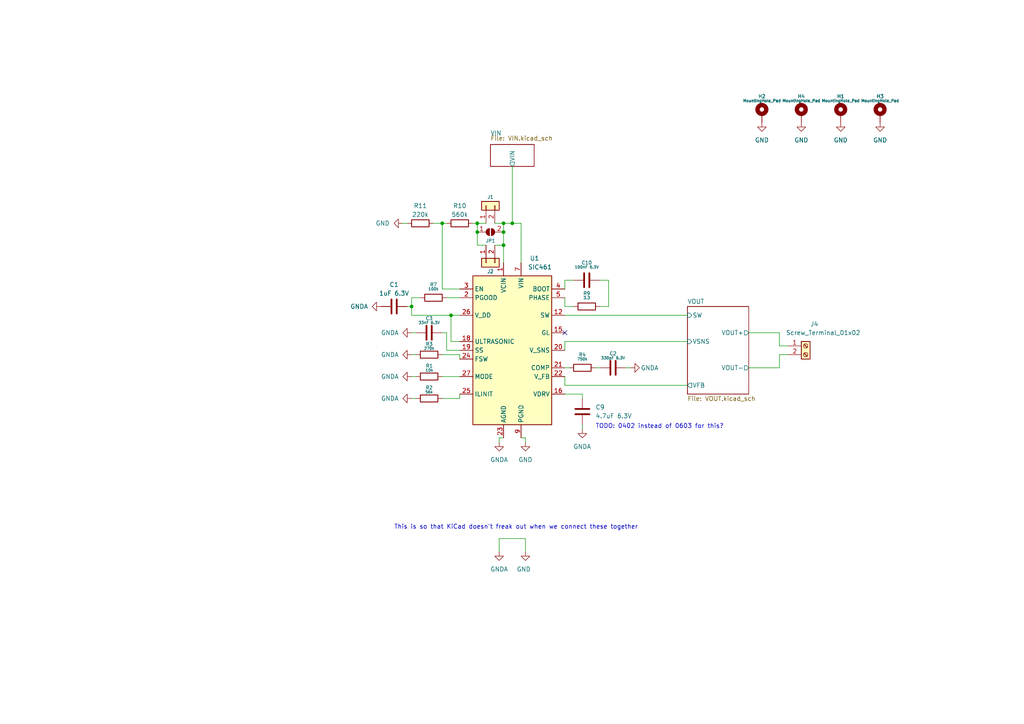
<source format=kicad_sch>
(kicad_sch (version 20211123) (generator eeschema)
  (paper "A4")
  (lib_symbols
    (symbol "Connector:Screw_Terminal_01x02" (pin_names (offset 1.016) hide)
      (property "Reference" "J" (at 0 2.54 0))
      (property "Value" "Screw_Terminal_01x02" (at 0 -5.08 0))
      (symbol "Screw_Terminal_01x02_1_1"
        (rectangle (start -1.27 1.27) (end 1.27 -3.81) (stroke (width 0.254)) (fill (type background)))
        (circle (center 0 -2.54) (radius 0.635) (stroke (width 0.1524)))
        (polyline (pts (xy -0.5334 -2.2098) (xy 0.3302 -3.048)) (stroke (width 0.1524)))
        (polyline (pts (xy -0.5334 0.3302) (xy 0.3302 -0.508)) (stroke (width 0.1524)))
        (polyline (pts (xy -0.3556 -2.032) (xy 0.508 -2.8702)) (stroke (width 0.1524)))
        (polyline (pts (xy -0.3556 0.508) (xy 0.508 -0.3302)) (stroke (width 0.1524)))
        (circle (center 0 0) (radius 0.635) (stroke (width 0.1524)))
        (pin passive line (at -5.08 0 0) (length 3.81) (name "Pin_1") (number "1"))
        (pin passive line (at -5.08 -2.54 0) (length 3.81) (name "Pin_2") (number "2"))
      )
    )
    (symbol "Connector_Generic:Conn_01x02" (pin_names (offset 1.016) hide)
      (property "Reference" "J" (at 0 2.54 0))
      (property "Value" "Conn_01x02" (at 0 -5.08 0))
      (symbol "Conn_01x02_1_1"
        (rectangle (start -1.27 -2.413) (end 0 -2.667) (stroke (width 0.1524)))
        (rectangle (start -1.27 0.127) (end 0 -0.127) (stroke (width 0.1524)))
        (rectangle (start -1.27 1.27) (end 1.27 -3.81) (stroke (width 0.254)) (fill (type background)))
        (pin passive line (at -5.08 0 0) (length 3.81) (name "Pin_1") (number "1"))
        (pin passive line (at -5.08 -2.54 0) (length 3.81) (name "Pin_2") (number "2"))
      )
    )
    (symbol "Device:C" (pin_numbers hide) (pin_names (offset 0.254))
      (property "Reference" "C" (at 0.635 2.54 0))
      (property "Value" "C" (at 0.635 -2.54 0))
      (symbol "C_0_1"
        (polyline (pts (xy -2.032 -0.762) (xy 2.032 -0.762)) (stroke (width 0.508)))
        (polyline (pts (xy -2.032 0.762) (xy 2.032 0.762)) (stroke (width 0.508)))
      )
      (symbol "C_1_1"
        (pin passive line (at 0 3.81 270) (length 2.794) (name "~") (number "1"))
        (pin passive line (at 0 -3.81 90) (length 2.794) (name "~") (number "2"))
      )
    )
    (symbol "Device:R" (pin_numbers hide) (pin_names (offset 0))
      (property "Reference" "R" (at 2.032 0 90))
      (property "Value" "R" (at 0 0 90))
      (symbol "R_0_1"
        (rectangle (start -1.016 -2.54) (end 1.016 2.54) (stroke (width 0.254)))
      )
      (symbol "R_1_1"
        (pin passive line (at 0 3.81 270) (length 1.27) (name "~") (number "1"))
        (pin passive line (at 0 -3.81 90) (length 1.27) (name "~") (number "2"))
      )
    )
    (symbol "Jumper:SolderJumper_2_Open" (pin_names (offset 0) hide)
      (property "Reference" "JP" (at 0 2.032 0))
      (property "Value" "SolderJumper_2_Open" (at 0 -2.54 0))
      (symbol "SolderJumper_2_Open_0_1"
        (arc (start -0.254 1.016) (mid -1.27 0) (end -0.254 -1.016))
        (arc (start -0.254 1.016) (mid -1.27 0) (end -0.254 -1.016) (fill (type outline)))
        (polyline (pts (xy -0.254 1.016) (xy -0.254 -1.016)))
        (polyline (pts (xy 0.254 1.016) (xy 0.254 -1.016)))
        (arc (start 0.254 -1.016) (mid 1.27 0) (end 0.254 1.016))
        (arc (start 0.254 -1.016) (mid 1.27 0) (end 0.254 1.016) (fill (type outline)))
      )
      (symbol "SolderJumper_2_Open_1_1"
        (pin passive line (at -3.81 0 0) (length 2.54) (name "A") (number "1"))
        (pin passive line (at 3.81 0 180) (length 2.54) (name "B") (number "2"))
      )
    )
    (symbol "Mechanical:MountingHole_Pad" (pin_numbers hide) (pin_names (offset 1.016) hide)
      (property "Reference" "H" (at 0 6.35 0))
      (property "Value" "MountingHole_Pad" (at 0 4.445 0))
      (symbol "MountingHole_Pad_0_1"
        (circle (center 0 1.27) (radius 1.27) (stroke (width 1.27)))
      )
      (symbol "MountingHole_Pad_1_1"
        (pin input line (at 0 -2.54 90) (length 2.54) (name "1") (number "1"))
      )
    )
    (symbol "Regulator_Switching:SIC461"
      (property "Reference" "U" (at -10.16 25.4 0))
      (property "Value" "SIC461" (at -10.16 22.86 0))
      (symbol "SIC461_0_1"
        (rectangle (start -11.43 21.59) (end 11.43 -21.59) (stroke (width 0.254)) (fill (type background)))
      )
      (symbol "SIC461_1_1"
        (pin power_in line (at -2.54 25.4 270) (length 3.81) (name "VCIN") (number "1"))
        (pin passive line (at 2.54 -25.4 90) (length 3.81) hide (name "PGND") (number "10"))
        (pin passive line (at 2.54 -25.4 90) (length 3.81) hide (name "PGND") (number "11"))
        (pin power_out line (at 15.24 10.16 180) (length 3.81) (name "SW") (number "12"))
        (pin passive line (at 15.24 10.16 180) (length 3.81) hide (name "SW") (number "13"))
        (pin passive line (at 15.24 10.16 180) (length 3.81) hide (name "SW") (number "14"))
        (pin output line (at 15.24 5.08 180) (length 3.81) (name "GL") (number "15"))
        (pin power_out line (at 15.24 -12.7 180) (length 3.81) (name "VDRV") (number "16"))
        (pin passive line (at 2.54 -25.4 90) (length 3.81) hide (name "PGND") (number "17"))
        (pin input line (at -15.24 2.54 0) (length 3.81) (name "ULTRASONIC") (number "18"))
        (pin input line (at -15.24 0 0) (length 3.81) (name "SS") (number "19"))
        (pin open_collector line (at -15.24 15.24 0) (length 3.81) (name "PGOOD") (number "2"))
        (pin input line (at 15.24 0 180) (length 3.81) (name "V_SNS") (number "20"))
        (pin output line (at 15.24 -5.08 180) (length 3.81) (name "COMP") (number "21"))
        (pin input line (at 15.24 -7.62 180) (length 3.81) (name "V_FB") (number "22"))
        (pin power_in line (at -2.54 -25.4 90) (length 3.81) (name "AGND") (number "23"))
        (pin input line (at -15.24 -2.54 0) (length 3.81) (name "FSW") (number "24"))
        (pin input line (at -15.24 -12.7 0) (length 3.81) (name "ILINIT") (number "25"))
        (pin power_out line (at -15.24 10.16 0) (length 3.81) (name "V_DD") (number "26"))
        (pin input line (at -15.24 -7.62 0) (length 3.81) (name "MODE") (number "27"))
        (pin passive line (at -2.54 -25.4 90) (length 3.81) hide (name "AGND") (number "28"))
        (pin passive line (at 2.54 25.4 270) (length 3.81) hide (name "VIN") (number "29"))
        (pin input line (at -15.24 17.78 0) (length 3.81) (name "EN") (number "3"))
        (pin passive line (at 2.54 -25.4 90) (length 3.81) hide (name "PGND") (number "30"))
        (pin input line (at 15.24 17.78 180) (length 3.81) (name "BOOT") (number "4"))
        (pin output line (at 15.24 15.24 180) (length 3.81) (name "PHASE") (number "5"))
        (pin passive line (at 15.24 15.24 180) (length 3.81) hide (name "PHASE") (number "6"))
        (pin power_in line (at 2.54 25.4 270) (length 3.81) (name "VIN") (number "7"))
        (pin passive line (at 2.54 25.4 270) (length 3.81) hide (name "VIN") (number "8"))
        (pin power_in line (at 2.54 -25.4 90) (length 3.81) (name "PGND") (number "9"))
      )
    )
    (symbol "power:GND" (power) (pin_names (offset 0))
      (property "Value" "GND" (at 0 -3.81 0))
      (symbol "GND_0_1"
        (polyline (pts (xy 0 0) (xy 0 -1.27) (xy 1.27 -1.27) (xy 0 -2.54) (xy -1.27 -1.27) (xy 0 -1.27)))
      )
      (symbol "GND_1_1"
        (pin power_in line (at 0 0 270) (length 0) hide (name "GND") (number "1"))
      )
    )
    (symbol "power:GNDA" (power) (pin_names (offset 0))
      (property "Value" "GNDA" (at 0 -3.81 0))
      (symbol "GNDA_0_1"
        (polyline (pts (xy 0 0) (xy 0 -1.27) (xy 1.27 -1.27) (xy 0 -2.54) (xy -1.27 -1.27) (xy 0 -1.27)))
      )
      (symbol "GNDA_1_1"
        (pin power_in line (at 0 0 270) (length 0) hide (name "GNDA") (number "1"))
      )
    )
  )
  (junction (at 119.38 88.9))
  (junction (at 146.05 67.31))
  (junction (at 128.27 64.77))
  (junction (at 130.81 91.44))
  (junction (at 138.43 64.77))
  (junction (at 146.05 64.77))
  (junction (at 138.43 67.31))
  (junction (at 146.05 71.12))
  (junction (at 148.59 64.77))
  (no_connect (at 163.83 96.52))
  (wire (pts (xy 144.78 127) (xy 144.78 128.27)))
  (wire (pts (xy 144.78 156.21) (xy 144.78 160.02)))
  (wire (pts (xy 129.54 96.52) (xy 129.54 101.6)))
  (wire (pts (xy 163.83 114.3) (xy 168.91 114.3)))
  (wire (pts (xy 168.91 124.46) (xy 168.91 123.19)))
  (wire (pts (xy 148.59 48.26) (xy 148.59 64.77)))
  (wire (pts (xy 130.81 91.44) (xy 133.35 91.44)))
  (wire (pts (xy 129.54 96.52) (xy 128.27 96.52)))
  (wire (pts (xy 118.11 88.9) (xy 119.38 88.9)))
  (wire (pts (xy 152.4 127) (xy 152.4 128.27)))
  (wire (pts (xy 163.83 111.76) (xy 163.83 109.22)))
  (wire (pts (xy 152.4 127) (xy 151.13 127)))
  (wire (pts (xy 163.83 111.76) (xy 199.39 111.76)))
  (wire (pts (xy 226.06 96.52) (xy 226.06 100.33)))
  (wire (pts (xy 129.54 86.36) (xy 133.35 86.36)))
  (wire (pts (xy 125.73 64.77) (xy 128.27 64.77)))
  (wire (pts (xy 128.27 109.22) (xy 133.35 109.22)))
  (wire (pts (xy 226.06 102.87) (xy 228.6 102.87)))
  (wire (pts (xy 152.4 156.21) (xy 152.4 160.02)))
  (wire (pts (xy 226.06 100.33) (xy 228.6 100.33)))
  (wire (pts (xy 138.43 71.12) (xy 138.43 67.31)))
  (wire (pts (xy 217.17 96.52) (xy 226.06 96.52)))
  (wire (pts (xy 163.83 91.44) (xy 199.39 91.44)))
  (wire (pts (xy 128.27 64.77) (xy 129.54 64.77)))
  (wire (pts (xy 217.17 106.68) (xy 226.06 106.68)))
  (wire (pts (xy 140.97 71.12) (xy 138.43 71.12)))
  (wire (pts (xy 119.38 115.57) (xy 120.65 115.57)))
  (wire (pts (xy 176.53 81.28) (xy 173.99 81.28)))
  (wire (pts (xy 119.38 91.44) (xy 130.81 91.44)))
  (wire (pts (xy 182.88 106.68) (xy 181.61 106.68)))
  (wire (pts (xy 133.35 115.57) (xy 128.27 115.57)))
  (wire (pts (xy 146.05 71.12) (xy 146.05 76.2)))
  (wire (pts (xy 119.38 96.52) (xy 120.65 96.52)))
  (wire (pts (xy 119.38 86.36) (xy 119.38 88.9)))
  (wire (pts (xy 143.51 64.77) (xy 146.05 64.77)))
  (wire (pts (xy 130.81 99.06) (xy 130.81 91.44)))
  (wire (pts (xy 144.78 156.21) (xy 152.4 156.21)))
  (wire (pts (xy 129.54 101.6) (xy 133.35 101.6)))
  (wire (pts (xy 144.78 127) (xy 146.05 127)))
  (wire (pts (xy 226.06 106.68) (xy 226.06 102.87)))
  (wire (pts (xy 176.53 81.28) (xy 176.53 88.9)))
  (wire (pts (xy 137.16 64.77) (xy 138.43 64.77)))
  (wire (pts (xy 128.27 83.82) (xy 133.35 83.82)))
  (wire (pts (xy 163.83 86.36) (xy 163.83 88.9)))
  (wire (pts (xy 133.35 114.3) (xy 133.35 115.57)))
  (wire (pts (xy 163.83 99.06) (xy 199.39 99.06)))
  (wire (pts (xy 168.91 114.3) (xy 168.91 115.57)))
  (wire (pts (xy 165.1 106.68) (xy 163.83 106.68)))
  (wire (pts (xy 151.13 64.77) (xy 151.13 76.2)))
  (wire (pts (xy 130.81 99.06) (xy 133.35 99.06)))
  (wire (pts (xy 166.37 88.9) (xy 163.83 88.9)))
  (wire (pts (xy 138.43 64.77) (xy 140.97 64.77)))
  (wire (pts (xy 176.53 88.9) (xy 173.99 88.9)))
  (wire (pts (xy 163.83 99.06) (xy 163.83 101.6)))
  (wire (pts (xy 143.51 71.12) (xy 146.05 71.12)))
  (wire (pts (xy 146.05 67.31) (xy 146.05 71.12)))
  (wire (pts (xy 148.59 64.77) (xy 151.13 64.77)))
  (wire (pts (xy 148.59 64.77) (xy 146.05 64.77)))
  (wire (pts (xy 119.38 102.87) (xy 120.65 102.87)))
  (wire (pts (xy 119.38 88.9) (xy 119.38 91.44)))
  (wire (pts (xy 163.83 81.28) (xy 166.37 81.28)))
  (wire (pts (xy 119.38 86.36) (xy 121.92 86.36)))
  (wire (pts (xy 173.99 106.68) (xy 172.72 106.68)))
  (wire (pts (xy 138.43 64.77) (xy 138.43 67.31)))
  (wire (pts (xy 119.38 109.22) (xy 120.65 109.22)))
  (wire (pts (xy 128.27 64.77) (xy 128.27 83.82)))
  (wire (pts (xy 116.84 64.77) (xy 118.11 64.77)))
  (wire (pts (xy 133.35 102.87) (xy 133.35 104.14)))
  (wire (pts (xy 163.83 83.82) (xy 163.83 81.28)))
  (wire (pts (xy 128.27 102.87) (xy 133.35 102.87)))
  (wire (pts (xy 146.05 64.77) (xy 146.05 67.31)))
  (text "TODO: 0402 instead of 0603 for this?" (at 172.72 124.46 0) (effects (font (size 1.27 1.27)) (justify left bottom)))
  (text "This is so that KiCad doesn't freak out when we connect these together" (at 114.3 153.67 0) (effects (font (size 1.27 1.27)) (justify left bottom)))
  (symbol (lib_id "power:GND") (at 232.41 35.56 0) (unit 1)
    (property "Reference" "#PWR0104" (effects hide))
    (property "Value" "GND" (at 232.41 40.64 0))
  )
  (symbol (lib_id "power:GNDA") (at 119.38 102.87 270) (unit 1)
    (property "Reference" "#PWR012" (effects hide))
    (property "Value" "GNDA" (at 110.49 102.87 90) (effects (justify left)))
  )
  (symbol (lib_id "power:GNDA") (at 119.38 96.52 270) (unit 1)
    (property "Reference" "#PWR08" (effects hide))
    (property "Value" "GNDA" (at 110.49 96.52 90) (effects (justify left)))
  )
  (symbol (lib_id "Device:C") (at 124.46 96.52 90) (unit 1)
    (property "Reference" "C3" (at 124.4772 92.3095 90) (effects (font (size 1 1))))
    (property "Value" "33nF 6.3V" (at 124.4772 93.5795 90) (effects (font (size 0.8 0.8))))
    (property "Footprint" "Capacitor_SMD:C_0603_1608Metric" (effects hide))
    (property "LCSC" "C106856" (effects hide))
  )
  (symbol (lib_id "Jumper:SolderJumper_2_Open") (at 142.24 67.31 0) (unit 1) (in_bom no)
    (property "Reference" "JP1" (at 142.24 69.85 0) (effects (font (size 1 1))))
    (property "Value" "SolderJumper_2_Open" (effects hide))
    (property "Footprint" "Jumper:SolderJumper-2_P1.3mm_Open_RoundedPad1.0x1.5mm" (effects hide))
  )
  (symbol (lib_id "Regulator_Switching:SIC461") (at 148.59 101.6 0) (unit 1)
    (property "Reference" "U1" (at 153.67 74.93 0) (effects (justify left)))
    (property "Value" "SIC461" (at 153.1494 77.47 0) (effects (justify left)))
    (property "Footprint" "SiC46x:Vishay_PowerPAK_MLP55-27L_R" (effects hide))
    (property "Datasheet" "https://www.vishay.com/docs/65124/sic46x.pdf" (effects hide))
    (property "LCSC" "C499531" (effects hide))
  )
  (symbol (lib_id "power:GNDA") (at 168.91 124.46 0) (unit 1)
    (property "Reference" "#PWR07" (effects hide))
    (property "Value" "GNDA" (at 171.45 129.54 0) (effects (justify right)))
  )
  (symbol (lib_id "Mechanical:MountingHole_Pad") (at 255.27 33.02 0) (unit 1) (in_bom no)
    (property "Reference" "H3" (at 255.27 27.94 0) (effects (font (size 1 1))))
    (property "Value" "MountingHole_Pad" (at 255.27 29.21 0) (effects (font (size 0.8 0.8))))
    (property "Footprint" "MountingHole:MountingHole_3.2mm_M3_Pad" (effects hide))
  )
  (symbol (lib_id "Device:R") (at 125.73 86.36 90) (unit 1)
    (property "Reference" "R7" (at 125.73 82.55 90) (effects (font (size 1 1))))
    (property "Value" "100k" (at 125.73 83.82 90) (effects (font (size 0.8 0.8))))
    (property "Footprint" "Resistor_SMD:R_0603_1608Metric" (effects hide))
    (property "LCSC" "C14675" (effects hide))
  )
  (symbol (lib_id "Device:C") (at 170.18 81.28 90) (unit 1)
    (property "Reference" "C10" (at 170.18 76.2 90) (effects (font (size 1 1))))
    (property "Value" "100nF 6.3V" (at 170.18 77.47 90) (effects (font (size 0.8 0.8))))
    (property "Footprint" "Capacitor_SMD:C_0402_1005Metric" (effects hide))
    (property "LCSC" "C42998" (effects hide))
  )
  (symbol (lib_id "power:GNDA") (at 119.38 115.57 270) (unit 1)
    (property "Reference" "#PWR010" (effects hide))
    (property "Value" "GNDA" (at 110.49 115.57 90) (effects (justify left)))
  )
  (symbol (lib_id "power:GNDA") (at 119.38 109.22 270) (unit 1)
    (property "Reference" "#PWR09" (effects hide))
    (property "Value" "GNDA" (at 110.49 109.22 90) (effects (justify left)))
  )
  (symbol (lib_id "Connector_Generic:Conn_01x02") (at 140.97 76.2 90) (mirror x) (unit 1)
    (property "Reference" "J2" (at 142.24 78.74 90) (effects (font (size 1 1))))
    (property "Value" "Conn_01x02" (effects hide))
    (property "Footprint" "TerminalBlock_Phoenix:TerminalBlock_Phoenix_MPT-0,5-2-2.54_1x02_P2.54mm_Horizontal" (effects hide))
    (property "LCSC" "C557685" (effects hide))
  )
  (symbol (lib_id "power:GNDA") (at 182.88 106.68 90) (unit 1)
    (property "Reference" "#PWR013" (effects hide))
    (property "Value" "GNDA" (at 185.855 106.7217 90) (effects (justify right)))
  )
  (symbol (lib_id "Mechanical:MountingHole_Pad") (at 243.84 33.02 0) (unit 1) (in_bom no)
    (property "Reference" "H1" (at 243.84 27.94 0) (effects (font (size 1 1))))
    (property "Value" "MountingHole_Pad" (at 243.84 29.21 0) (effects (font (size 0.8 0.8))))
    (property "Footprint" "MountingHole:MountingHole_3.2mm_M3_Pad" (effects hide))
  )
  (symbol (lib_id "Device:R") (at 124.46 109.22 90) (unit 1)
    (property "Reference" "R1" (at 124.5219 106.118 90) (effects (font (size 1 1))))
    (property "Value" "10k" (at 124.5219 107.388 90) (effects (font (size 0.8 0.8))))
    (property "Footprint" "Resistor_SMD:R_0603_1608Metric" (effects hide))
    (property "LCSC" "C98220" (effects hide))
  )
  (symbol (lib_id "Device:R") (at 124.46 115.57 90) (unit 1)
    (property "Reference" "R2" (at 124.4599 112.4501 90) (effects (font (size 1 1))))
    (property "Value" "56k" (at 124.4599 113.7201 90) (effects (font (size 0.8 0.8))))
    (property "Footprint" "Resistor_SMD:R_0603_1608Metric" (effects hide))
    (property "LCSC" "C23206" (effects hide))
  )
  (symbol (lib_id "power:GND") (at 116.84 64.77 270) (unit 1)
    (property "Reference" "#PWR05" (effects hide))
    (property "Value" "GND" (at 113.03 64.7699 90) (effects (justify right)))
  )
  (symbol (lib_id "Device:C") (at 177.8 106.68 90) (unit 1)
    (property "Reference" "C2" (at 177.821 102.5422 90) (effects (font (size 1 1))))
    (property "Value" "330pF 6.3V" (at 177.821 103.8122 90) (effects (font (size 0.8 0.8))))
    (property "Footprint" "Capacitor_SMD:C_0603_1608Metric" (effects hide))
    (property "LCSC" "C107087" (effects hide))
  )
  (symbol (lib_id "power:GND") (at 255.27 35.56 0) (unit 1)
    (property "Reference" "#PWR0106" (effects hide))
    (property "Value" "GND" (at 255.27 40.64 0))
  )
  (symbol (lib_id "power:GND") (at 152.4 128.27 0) (unit 1)
    (property "Reference" "#PWR01" (effects hide))
    (property "Value" "GND" (at 152.4 133.35 0))
  )
  (symbol (lib_id "Mechanical:MountingHole_Pad") (at 232.41 33.02 0) (unit 1) (in_bom no)
    (property "Reference" "H4" (at 232.41 27.94 0) (effects (font (size 1 1))))
    (property "Value" "MountingHole_Pad" (at 232.41 29.21 0) (effects (font (size 0.8 0.8))))
    (property "Footprint" "MountingHole:MountingHole_3.2mm_M3_Pad" (effects hide))
  )
  (symbol (lib_id "Mechanical:MountingHole_Pad") (at 220.98 33.02 0) (unit 1) (in_bom no)
    (property "Reference" "H2" (at 220.98 27.94 0) (effects (font (size 1 1))))
    (property "Value" "MountingHole_Pad" (at 220.98 29.21 0) (effects (font (size 0.8 0.8))))
    (property "Footprint" "MountingHole:MountingHole_3.2mm_M3_Pad" (effects hide))
  )
  (symbol (lib_id "Device:R") (at 170.18 88.9 90) (unit 1)
    (property "Reference" "R9" (at 170.18 85.09 90) (effects (font (size 1 1))))
    (property "Value" "3.3" (at 170.18 86.36 90) (effects (font (size 0.8 0.8))))
    (property "Footprint" "Resistor_SMD:R_0402_1005Metric" (effects hide))
    (property "LCSC" "C25238" (effects hide))
  )
  (symbol (lib_id "Device:R") (at 121.92 64.77 270) (unit 1)
    (property "Reference" "R11" (at 121.92 59.69 90))
    (property "Value" "220k" (at 121.92 62.23 90))
    (property "Footprint" "Resistor_SMD:R_0603_1608Metric" (effects hide))
    (property "LCSC" "C22961" (effects hide))
  )
  (symbol (lib_id "power:GNDA") (at 144.78 160.02 0) (unit 1)
    (property "Reference" "#PWR0101" (effects hide))
    (property "Value" "GNDA" (at 144.78 165.1 0))
  )
  (symbol (lib_id "Device:C") (at 114.3 88.9 90) (unit 1)
    (property "Reference" "C1" (at 114.3 82.55 90))
    (property "Value" "1uF 6.3V" (at 114.3 85.09 90))
    (property "Footprint" "Capacitor_SMD:C_0603_1608Metric" (effects hide))
    (property "LCSC" "C1592" (effects hide))
  )
  (symbol (lib_id "power:GNDA") (at 110.49 88.9 270) (unit 1)
    (property "Reference" "#PWR011" (effects hide))
    (property "Value" "GNDA" (at 101.6 88.9 90) (effects (justify left)))
  )
  (symbol (lib_id "power:GNDA") (at 144.78 128.27 0) (unit 1)
    (property "Reference" "#PWR06" (effects hide))
    (property "Value" "GNDA" (at 144.78 133.35 0))
  )
  (symbol (lib_id "Device:C") (at 168.91 119.38 180) (unit 1)
    (property "Reference" "C9" (at 172.72 118.11 0) (effects (justify right)))
    (property "Value" "4.7uF 6.3V" (at 172.72 120.65 0) (effects (justify right)))
    (property "Footprint" "Capacitor_SMD:C_0603_1608Metric" (effects hide))
    (property "LCSC" "C8032" (effects hide))
  )
  (symbol (lib_id "Device:R") (at 133.35 64.77 90) (unit 1)
    (property "Reference" "R10" (at 133.35 59.69 90))
    (property "Value" "560k" (at 133.35 62.23 90))
    (property "Footprint" "Resistor_SMD:R_0603_1608Metric" (effects hide))
    (property "LCSC" "C23203" (effects hide))
  )
  (symbol (lib_id "Connector:Screw_Terminal_01x02") (at 233.68 100.33 0) (unit 1)
    (property "Reference" "J4" (at 236.22 93.98 0))
    (property "Value" "Screw_Terminal_01x02" (at 238.76 96.52 0))
    (property "Footprint" "TerminalBlock_Phoenix:TerminalBlock_Phoenix_MKDS-1,5-2-5.08_1x02_P5.08mm_Horizontal" (effects hide))
    (property "LCSC" "C8465" (effects hide))
  )
  (symbol (lib_id "Connector_Generic:Conn_01x02") (at 140.97 59.69 90) (unit 1)
    (property "Reference" "J1" (at 142.24 57.15 90) (effects (font (size 1 1))))
    (property "Value" "Conn_01x02" (effects hide))
    (property "Footprint" "Connector_PinHeader_2.54mm:PinHeader_1x02_P2.54mm_Vertical" (effects hide))
    (property "LCSC" "C213465" (effects hide))
  )
  (symbol (lib_id "power:GND") (at 220.98 35.56 0) (unit 1)
    (property "Reference" "#PWR0105" (effects hide))
    (property "Value" "GND" (at 220.98 40.64 0))
  )
  (symbol (lib_id "Device:R") (at 124.46 102.87 90) (unit 1)
    (property "Reference" "R3" (at 124.4952 99.7745 90) (effects (font (size 1 1))))
    (property "Value" "270k" (at 124.4952 101.0445 90) (effects (font (size 0.8 0.8))))
    (property "Footprint" "Resistor_SMD:R_0603_1608Metric" (effects hide))
    (property "LCSC" "C22965" (effects hide))
  )
  (symbol (lib_id "power:GND") (at 152.4 160.02 0) (unit 1)
    (property "Reference" "#PWR0102" (effects hide))
    (property "Value" "GND" (at 149.86 165.1 0) (effects (justify left)))
  )
  (symbol (lib_id "Device:R") (at 168.91 106.68 90) (unit 1)
    (property "Reference" "R4" (at 168.91 102.87 90) (effects (font (size 1 1))))
    (property "Value" "750k" (at 168.91 104.14 90) (effects (font (size 0.8 0.8))))
    (property "Footprint" "Resistor_SMD:R_0603_1608Metric" (effects hide))
    (property "LCSC" "C23240" (effects hide))
  )
  (symbol (lib_id "power:GND") (at 243.84 35.56 0) (unit 1)
    (property "Reference" "#PWR0107" (effects hide))
    (property "Value" "GND" (at 243.84 40.64 0))
  )
  (sheet (at 142.24 41.91) (size 12.7 6.35) (stroke (width 0.1524))
    (property "Sheet name" "VIN" (at 142.24 39.37 0) (effects (justify left bottom)))
    (property "Sheet file" "VIN.kicad_sch" (at 142.24 39.37 0) (effects (justify left top)))
    (pin "VIN" output (at 148.59 48.26 270))
  )
  (sheet (at 199.39 88.9) (size 17.78 25.4) (stroke (width 0.1524))
    (property "Sheet name" "VOUT" (at 199.39 88.1884 0) (effects (justify left bottom)))
    (property "Sheet file" "VOUT.kicad_sch" (at 199.39 114.8846 0) (effects (justify left top)))
    (pin "VSNS" input (at 199.39 99.06 180))
    (pin "SW" input (at 199.39 91.44 180))
    (pin "VFB" output (at 199.39 111.76 180))
    (pin "VOUT+" output (at 217.17 96.52 0))
    (pin "VOUT-" output (at 217.17 106.68 0))
  )
)
</source>
